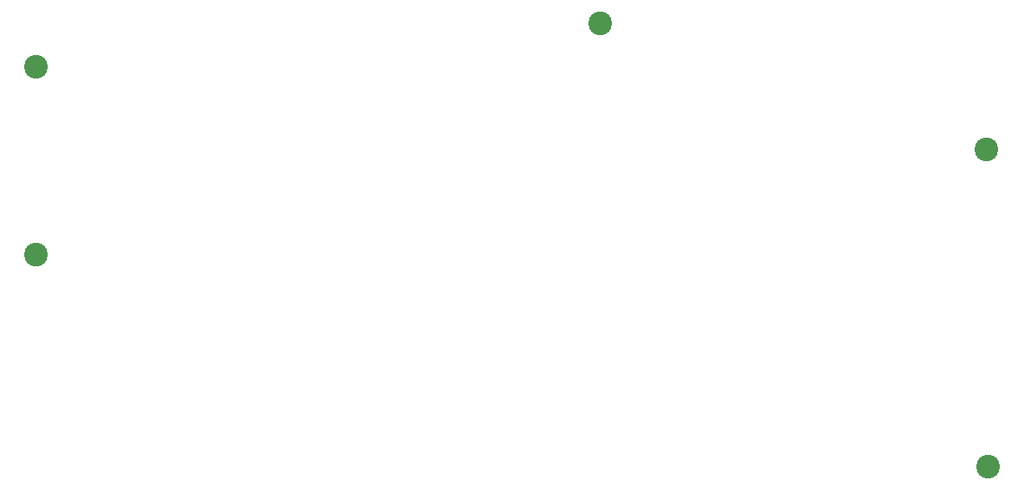
<source format=gbs>
G04 #@! TF.FileFunction,Soldermask,Bot*
%FSLAX46Y46*%
G04 Gerber Fmt 4.6, Leading zero omitted, Abs format (unit mm)*
G04 Created by KiCad (PCBNEW 4.0.7) date 06/20/18 00:34:44*
%MOMM*%
%LPD*%
G01*
G04 APERTURE LIST*
%ADD10C,0.100000*%
%ADD11C,2.400000*%
G04 APERTURE END LIST*
D10*
D11*
X86741000Y-71247000D03*
X86741000Y-90297000D03*
X143891000Y-66802000D03*
X183007000Y-79629000D03*
X183134000Y-111760000D03*
M02*

</source>
